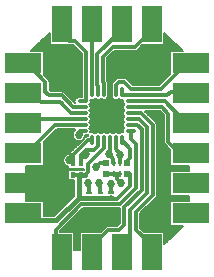
<source format=gtl>
G04 DipTrace 2.4.0.2*
%INi2cswitch.gtl*%
%MOMM*%
%ADD13C,0.305*%
%ADD14C,0.254*%
%ADD15C,0.381*%
%ADD16C,0.127*%
%ADD21O,1.0X0.28*%
%ADD22O,0.28X1.0*%
%ADD23C,0.711*%
%ADD24R,2.7X2.7*%
%ADD28R,0.525X0.5*%
%ADD29R,0.25X0.5*%
%ADD31R,0.4X0.5*%
%ADD32R,1.6X1.7*%
%ADD33R,2.032X1.7*%
%ADD34R,1.7X1.6*%
%ADD35R,1.7X2.032*%
%ADD37C,0.686*%
%FSLAX53Y53*%
G04*
G71*
G90*
G75*
G01*
%LNTop*%
%LPD*%
X19310Y18087D2*
D13*
Y18228D1*
X19587Y18504D1*
Y19266D1*
X18845Y20008D1*
X17345D2*
Y19326D1*
X15977Y17957D1*
Y17287D1*
X15735Y17045D1*
X15446D1*
X14746D1*
X15446D2*
D14*
X15726D1*
D15*
X15207D1*
Y15153D1*
X13264Y13211D1*
X11869D1*
X11270Y13810D1*
X17964Y15160D2*
D13*
Y15131D1*
X17045D1*
X16100Y15134D1*
X19310Y17187D2*
X19588D1*
Y16170D1*
X18486Y15067D1*
X15207D1*
Y15153D1*
X16100Y15134D1*
X18170Y18087D2*
X18134D1*
Y18454D1*
X17781Y18807D1*
Y18838D1*
X17845Y20008D2*
Y18903D1*
X17781Y18838D1*
X16100Y15614D2*
Y16229D1*
X15963Y16366D1*
X18345Y20008D2*
Y19254D1*
X18723Y18876D1*
Y18736D1*
Y18140D1*
X18670Y18087D1*
X17045Y15611D2*
Y16234D1*
X16925Y16354D1*
X15545Y20808D2*
X15594D1*
X15248Y20462D1*
X15224D1*
X17535Y18087D2*
X17031D1*
X16645Y17701D1*
X17964Y15640D2*
Y16260D1*
X17968Y16263D1*
X19645Y21308D2*
X20148D1*
X20537Y20918D1*
Y15802D1*
X19069Y14334D1*
Y12848D1*
X18605Y12384D1*
X17737D1*
X16369Y11015D1*
Y11289D1*
X16350Y11270D1*
X21430D2*
X21213D1*
X20094Y12389D1*
Y13963D1*
X21492Y15362D1*
Y21287D1*
X20472Y22308D1*
X19645D1*
Y23308D2*
X22495D1*
X23806Y21997D1*
X23403D1*
X23970Y21430D1*
X18345Y24108D2*
Y24696D1*
X18587Y24938D1*
X19050D1*
X19635Y24353D1*
X22170D1*
X24395Y26577D1*
X24037D1*
X23970Y26510D1*
X16845Y24108D2*
Y24621D1*
X16775Y24690D1*
Y27293D1*
X19365Y29883D1*
Y28923D1*
X18501D1*
X18881Y29304D1*
Y29041D1*
X18890Y29050D1*
X15545Y23308D2*
X15837D1*
Y27469D1*
X14867Y28439D1*
X14421D1*
X13810Y29050D1*
X15545Y22308D2*
X14537D1*
X13776Y23068D1*
Y23132D1*
X13660Y23249D1*
X11991D1*
X11270Y23970D1*
X15545Y21308D2*
X14526D1*
X14500Y21281D1*
X13235D1*
X11690Y19736D1*
Y19106D1*
X11054D1*
X11270Y18890D1*
X16345Y20008D2*
X16019D1*
X14746Y18734D1*
Y18045D1*
X14430Y18317D2*
X14227D1*
X14644Y18734D1*
X14746D1*
X19645Y20808D2*
Y20093D1*
X20071Y19667D1*
Y15985D1*
X18675Y14590D1*
X15425D1*
X13279Y12443D1*
Y11270D1*
X13810D1*
X19645Y21808D2*
X20297D1*
X21004Y21101D1*
Y15575D1*
X19557Y14127D1*
Y10603D1*
X18890Y11270D1*
X19645Y22808D2*
X22275D1*
X22816Y22267D1*
Y19839D1*
X23468Y19187D1*
X24267D1*
X23970Y18890D1*
X18845Y24108D2*
Y23806D1*
X22733D1*
X23003Y24076D1*
X24076D1*
X23970Y23970D1*
X17345Y24108D2*
Y24817D1*
X17233Y24930D1*
Y27073D1*
X18091Y27931D1*
X19984D1*
X21510Y29458D1*
Y28970D1*
X21430Y29050D1*
X16345Y24108D2*
Y24114D1*
X16302Y24158D1*
Y28702D1*
X16397Y28796D1*
Y29003D1*
X16350Y29050D1*
X15545Y22808D2*
X14759D1*
X13765Y23801D1*
X12721D1*
X12398Y24124D1*
Y24936D1*
X10893Y26441D1*
X11339D1*
X11270Y26510D1*
X15545Y21808D2*
X11276D1*
X10898Y21430D1*
X11270D1*
X15446Y18045D2*
Y18585D1*
Y18758D1*
X15851Y19163D1*
X16503D1*
X16846Y19506D1*
Y20006D1*
X16845Y20008D1*
X15871Y18852D2*
Y18585D1*
X15446D1*
X17535Y17187D2*
X18170D1*
X18469D1*
X18670D1*
X17885Y25194D2*
Y24735D1*
X17845D1*
Y24108D1*
X18495Y22058D2*
X17595D1*
X19884Y25844D2*
X20608D1*
X22942Y28177D1*
X19884Y25844D2*
Y25681D1*
X19625Y25422D1*
X17885D1*
Y25194D1*
X18469Y17187D2*
Y16740D1*
X18830Y16379D1*
D37*
X22942Y28177D3*
X19884Y25844D3*
X17781Y18838D3*
X18723Y18736D3*
X16645Y17701D3*
X15224Y20462D3*
X15963Y16366D3*
X16925Y16354D3*
X17968Y16263D3*
X17885Y25194D3*
X14430Y18317D3*
X15871Y18852D3*
X22986Y12332D3*
X22205Y17494D3*
X14143Y25822D3*
X18830Y16379D3*
X17502Y13883D3*
X12650Y28978D2*
D16*
X12752D1*
X22489D2*
X22588D1*
X12525Y28855D2*
X12752D1*
X22489D2*
X22715D1*
X12400Y28731D2*
X12752D1*
X22489D2*
X22840D1*
X12273Y28607D2*
X12752D1*
X22489D2*
X22965D1*
X12148Y28484D2*
X12752D1*
X22489D2*
X23092D1*
X12021Y28360D2*
X12752D1*
X22489D2*
X23217D1*
X11896Y28236D2*
X12752D1*
X22489D2*
X23344D1*
X11771Y28113D2*
X12752D1*
X22489D2*
X23469D1*
X11644Y27989D2*
X14813D1*
X20546D2*
X23594D1*
X11519Y27865D2*
X14937D1*
X20423D2*
X23721D1*
X11392Y27742D2*
X15060D1*
X20298D2*
X23846D1*
X11267Y27618D2*
X15185D1*
X20147D2*
X23973D1*
X12277Y27494D2*
X15308D1*
X18159D2*
X22961D1*
X12277Y27371D2*
X15431D1*
X18036D2*
X22961D1*
X12277Y27247D2*
X15476D1*
X17911D2*
X22961D1*
X12277Y27123D2*
X15476D1*
X17788D2*
X22961D1*
X12277Y27000D2*
X15476D1*
X17665D2*
X22961D1*
X12277Y26876D2*
X15476D1*
X17593D2*
X22961D1*
X12277Y26752D2*
X15476D1*
X17593D2*
X22961D1*
X12277Y26629D2*
X15476D1*
X17593D2*
X22961D1*
X12277Y26505D2*
X15476D1*
X17593D2*
X22961D1*
X12277Y26381D2*
X15476D1*
X17593D2*
X22961D1*
X12277Y26258D2*
X15476D1*
X17593D2*
X22961D1*
X12277Y26134D2*
X15476D1*
X17593D2*
X22961D1*
X12277Y26010D2*
X15476D1*
X17593D2*
X22961D1*
X12277Y25887D2*
X15476D1*
X17593D2*
X22961D1*
X12277Y25763D2*
X15476D1*
X17593D2*
X22961D1*
X12277Y25639D2*
X15476D1*
X17593D2*
X22951D1*
X12323Y25516D2*
X15476D1*
X17593D2*
X22828D1*
X12448Y25392D2*
X15476D1*
X17593D2*
X22705D1*
X12571Y25268D2*
X15476D1*
X17593D2*
X18467D1*
X19171D2*
X22580D1*
X12690Y25145D2*
X15476D1*
X17593D2*
X18290D1*
X19347D2*
X22457D1*
X12747Y25021D2*
X15476D1*
X17639D2*
X18165D1*
X19472D2*
X22334D1*
X12759Y24897D2*
X15476D1*
X17696D2*
X18048D1*
X19595D2*
X22209D1*
X12759Y24774D2*
X15476D1*
X17706D2*
X17994D1*
X19718D2*
X22086D1*
X12759Y24650D2*
X15476D1*
X17706D2*
X17985D1*
X12759Y24526D2*
X15476D1*
X17706D2*
X17985D1*
X12759Y24403D2*
X15476D1*
X17706D2*
X17985D1*
X12759Y24279D2*
X15476D1*
X17706D2*
X17985D1*
X12870Y24155D2*
X15476D1*
X17706D2*
X17985D1*
X14039Y24032D2*
X15476D1*
X17696D2*
X17992D1*
X14164Y23908D2*
X15476D1*
X17692D2*
X17996D1*
X14287Y23784D2*
X15476D1*
X17692D2*
X17996D1*
X14410Y23661D2*
X15476D1*
X17683D2*
X18008D1*
X14533Y23537D2*
X14929D1*
X17619D2*
X18072D1*
X14658Y23413D2*
X14855D1*
X16236D2*
X17308D1*
X17383D2*
X18308D1*
X18383D2*
X18808D1*
X18882D2*
X18954D1*
X16252Y23290D2*
X18937D1*
X16222Y23166D2*
X18969D1*
X16157Y23042D2*
X19032D1*
X16234Y22919D2*
X18957D1*
X16254Y22795D2*
X18937D1*
X16224Y22671D2*
X18967D1*
X16153Y22548D2*
X19038D1*
X16232Y22424D2*
X18959D1*
X20859D2*
X22154D1*
X16254Y22300D2*
X18937D1*
X20983D2*
X22277D1*
X16226Y22177D2*
X18965D1*
X21108D2*
X22402D1*
X16147Y22053D2*
X19044D1*
X21231D2*
X22455D1*
X16230Y21929D2*
X18961D1*
X21354D2*
X22455D1*
X16254Y21806D2*
X18937D1*
X21479D2*
X22455D1*
X16228Y21682D2*
X18961D1*
X21602D2*
X22455D1*
X16143Y21558D2*
X19048D1*
X21725D2*
X22455D1*
X16228Y21435D2*
X18963D1*
X21820D2*
X22455D1*
X16254Y21311D2*
X18937D1*
X21852D2*
X22455D1*
X16230Y21187D2*
X18959D1*
X21854D2*
X22455D1*
X16149Y21064D2*
X19042D1*
X21854D2*
X22455D1*
X14577Y20940D2*
X14865D1*
X16226D2*
X18965D1*
X21854D2*
X22455D1*
X13273Y20816D2*
X14806D1*
X16254D2*
X18937D1*
X21854D2*
X22455D1*
X13150Y20693D2*
X14724D1*
X16440D2*
X16750D1*
X16940D2*
X17250D1*
X17440D2*
X17750D1*
X17940D2*
X18250D1*
X18441D2*
X18750D1*
X21854D2*
X22455D1*
X13027Y20569D2*
X14685D1*
X21854D2*
X22455D1*
X12902Y20445D2*
X14673D1*
X15776D2*
X16006D1*
X21854D2*
X22455D1*
X12779Y20322D2*
X14692D1*
X15756D2*
X15857D1*
X21854D2*
X22455D1*
X12656Y20198D2*
X14742D1*
X21854D2*
X22455D1*
X12531Y20074D2*
X14837D1*
X21854D2*
X22455D1*
X12408Y19951D2*
X15044D1*
X21854D2*
X22455D1*
X12285Y19827D2*
X15333D1*
X21854D2*
X22455D1*
X12277Y19703D2*
X15210D1*
X21854D2*
X22483D1*
X12277Y19580D2*
X15087D1*
X21854D2*
X22570D1*
X12277Y19456D2*
X14962D1*
X21854D2*
X22695D1*
X12277Y19332D2*
X14839D1*
X21854D2*
X22818D1*
X12277Y19209D2*
X14716D1*
X21854D2*
X22941D1*
X12277Y19085D2*
X14591D1*
X21854D2*
X22961D1*
X12277Y18961D2*
X14470D1*
X21854D2*
X22961D1*
X12277Y18838D2*
X14282D1*
X21854D2*
X22961D1*
X12277Y18714D2*
X14053D1*
X21854D2*
X22961D1*
X12277Y18590D2*
X13954D1*
X21854D2*
X22961D1*
X12277Y18467D2*
X13901D1*
X21854D2*
X22961D1*
X12277Y18343D2*
X13881D1*
X21854D2*
X22961D1*
X12277Y18219D2*
X13889D1*
X21854D2*
X22961D1*
X12277Y18096D2*
X13926D1*
X21854D2*
X22961D1*
X12277Y17972D2*
X14004D1*
X21854D2*
X22961D1*
X12277Y17848D2*
X14153D1*
X21854D2*
X22961D1*
X10736Y17725D2*
X14337D1*
X21854D2*
X24503D1*
X10736Y17601D2*
X14337D1*
X21854D2*
X24503D1*
X10736Y17477D2*
X14337D1*
X21854D2*
X24503D1*
X10736Y17354D2*
X14337D1*
X21854D2*
X22961D1*
X10736Y17230D2*
X14337D1*
X21854D2*
X22961D1*
X10736Y17106D2*
X14337D1*
X21854D2*
X22961D1*
X10736Y16983D2*
X14337D1*
X21854D2*
X22961D1*
X10736Y16859D2*
X14337D1*
X21854D2*
X22961D1*
X10736Y16735D2*
X14337D1*
X21854D2*
X22961D1*
X10736Y16612D2*
X14337D1*
X21854D2*
X22961D1*
X10736Y16488D2*
X14808D1*
X21854D2*
X22961D1*
X10736Y16364D2*
X14808D1*
X21854D2*
X22961D1*
X10736Y16241D2*
X14808D1*
X21854D2*
X22961D1*
X10736Y16117D2*
X14808D1*
X21854D2*
X22961D1*
X10736Y15993D2*
X14808D1*
X21854D2*
X22961D1*
X10736Y15870D2*
X14808D1*
X21854D2*
X22961D1*
X10736Y15746D2*
X14808D1*
X21854D2*
X22961D1*
X10736Y15622D2*
X14808D1*
X21854D2*
X22961D1*
X10736Y15499D2*
X14808D1*
X21854D2*
X22961D1*
X10736Y15375D2*
X14808D1*
X21854D2*
X22961D1*
X10736Y15251D2*
X14746D1*
X21834D2*
X24503D1*
X10736Y15128D2*
X14623D1*
X21762D2*
X24503D1*
X10736Y15004D2*
X14498D1*
X21639D2*
X24503D1*
X10736Y14880D2*
X14375D1*
X21514D2*
X24503D1*
X12277Y14757D2*
X14252D1*
X21391D2*
X22961D1*
X12277Y14633D2*
X14127D1*
X21268D2*
X22961D1*
X12277Y14509D2*
X14004D1*
X21143D2*
X22961D1*
X12277Y14386D2*
X13881D1*
X21020D2*
X22961D1*
X12277Y14262D2*
X13756D1*
X20897D2*
X22961D1*
X12277Y14138D2*
X13633D1*
X15478D2*
X18709D1*
X20772D2*
X22961D1*
X12277Y14015D2*
X13510D1*
X15355D2*
X18709D1*
X20649D2*
X22961D1*
X12277Y13891D2*
X13387D1*
X15230D2*
X18709D1*
X20526D2*
X22961D1*
X12277Y13767D2*
X13262D1*
X15107D2*
X18709D1*
X20455D2*
X22961D1*
X12277Y13644D2*
X13139D1*
X14984D2*
X18709D1*
X20455D2*
X22961D1*
X14859Y13520D2*
X18709D1*
X20455D2*
X22961D1*
X14736Y13396D2*
X18709D1*
X20455D2*
X22961D1*
X14613Y13273D2*
X18709D1*
X20455D2*
X22961D1*
X14488Y13149D2*
X18709D1*
X20455D2*
X22961D1*
X14365Y13025D2*
X18709D1*
X20455D2*
X22961D1*
X14242Y12902D2*
X18618D1*
X20455D2*
X22961D1*
X14117Y12778D2*
X18495D1*
X20455D2*
X22961D1*
X13994Y12654D2*
X17506D1*
X20455D2*
X23924D1*
X13871Y12531D2*
X17379D1*
X20457D2*
X23799D1*
X13747Y12407D2*
X17256D1*
X20580D2*
X23672D1*
X13638Y12283D2*
X17131D1*
X20705D2*
X23547D1*
X14869Y12160D2*
X15292D1*
X22489D2*
X23420D1*
X14869Y12036D2*
X15292D1*
X22489D2*
X23295D1*
X14869Y11912D2*
X15292D1*
X22489D2*
X23170D1*
X14869Y11789D2*
X15292D1*
X22489D2*
X23043D1*
X14869Y11665D2*
X15292D1*
X22489D2*
X22918D1*
X14869Y11541D2*
X15292D1*
X22489D2*
X22791D1*
X14869Y11418D2*
X15292D1*
X22489D2*
X22666D1*
X14869Y11294D2*
X15292D1*
X14869Y11170D2*
X15292D1*
X14869Y11047D2*
X15292D1*
X14869Y10923D2*
X15292D1*
X14869Y10799D2*
X15292D1*
X18978Y20676D2*
X18965Y20707D1*
X18952Y20769D1*
X18950Y20833D1*
X18961Y20895D1*
X18983Y20955D1*
X19017Y21009D1*
X19061Y21057D1*
X19025Y21096D1*
X18989Y21149D1*
X18965Y21207D1*
X18952Y21269D1*
X18950Y21333D1*
X18961Y21395D1*
X18983Y21455D1*
X19017Y21509D1*
X19061Y21557D1*
X19025Y21596D1*
X18989Y21649D1*
X18965Y21707D1*
X18952Y21769D1*
X18950Y21833D1*
X18961Y21895D1*
X18983Y21955D1*
X19017Y22009D1*
X19061Y22057D1*
X19025Y22096D1*
X18989Y22149D1*
X18965Y22207D1*
X18952Y22269D1*
X18950Y22333D1*
X18961Y22395D1*
X18983Y22455D1*
X19017Y22509D1*
X19061Y22557D1*
X19025Y22596D1*
X18989Y22649D1*
X18965Y22707D1*
X18952Y22769D1*
X18950Y22833D1*
X18961Y22895D1*
X18983Y22955D1*
X19017Y23009D1*
X19061Y23057D1*
X19025Y23096D1*
X18989Y23149D1*
X18965Y23207D1*
X18952Y23269D1*
X18950Y23333D1*
X18961Y23395D1*
X18977Y23438D1*
X18927Y23422D1*
X18864Y23413D1*
X18801Y23415D1*
X18739Y23429D1*
X18681Y23455D1*
X18629Y23491D1*
X18597Y23523D1*
X18541Y23475D1*
X18487Y23443D1*
X18427Y23422D1*
X18364Y23413D1*
X18301Y23415D1*
X18239Y23429D1*
X18181Y23455D1*
X18129Y23491D1*
X18085Y23536D1*
X18049Y23589D1*
X18025Y23647D1*
X18012Y23709D1*
X18010Y23811D1*
Y24015D1*
X17997Y24108D1*
Y24696D1*
X18003Y24759D1*
X18020Y24820D1*
X18048Y24877D1*
X18099Y24942D1*
X18341Y25184D1*
X18390Y25224D1*
X18445Y25256D1*
X18505Y25276D1*
X18587Y25286D1*
X19050D1*
X19113Y25280D1*
X19174Y25263D1*
X19231Y25235D1*
X19296Y25184D1*
X19780Y24700D1*
X20714Y24701D1*
X22026D1*
X22975Y25650D1*
X22974Y27556D1*
X24048D1*
X22476Y29101D1*
Y28054D1*
X20600D1*
X20230Y27685D1*
X20181Y27644D1*
X20126Y27613D1*
X20066Y27593D1*
X19984Y27583D1*
X18235D1*
X17581Y26929D1*
Y25074D1*
X17632Y25014D1*
X17663Y24959D1*
X17683Y24899D1*
X17693Y24817D1*
Y24108D1*
X17687Y24044D1*
X17680Y24020D1*
X17679Y23748D1*
X17675Y23684D1*
X17657Y23624D1*
X17628Y23567D1*
X17589Y23517D1*
X17541Y23475D1*
X17487Y23443D1*
X17427Y23422D1*
X17364Y23413D1*
X17301Y23415D1*
X17239Y23429D1*
X17181Y23455D1*
X17129Y23491D1*
X17097Y23523D1*
X17041Y23475D1*
X16987Y23443D1*
X16927Y23422D1*
X16864Y23413D1*
X16801Y23415D1*
X16739Y23429D1*
X16681Y23455D1*
X16629Y23491D1*
X16597Y23523D1*
X16541Y23475D1*
X16487Y23443D1*
X16427Y23422D1*
X16364Y23413D1*
X16301Y23415D1*
X16239Y23429D1*
X16212Y23441D1*
X16232Y23383D1*
X16241Y23308D1*
X16235Y23244D1*
X16217Y23184D1*
X16188Y23127D1*
X16149Y23077D1*
X16127Y23058D1*
X16181Y22999D1*
X16212Y22944D1*
X16232Y22883D1*
X16241Y22808D1*
X16235Y22744D1*
X16217Y22684D1*
X16188Y22627D1*
X16149Y22577D1*
X16127Y22558D1*
X16181Y22499D1*
X16212Y22444D1*
X16232Y22383D1*
X16241Y22308D1*
X16235Y22244D1*
X16217Y22184D1*
X16188Y22127D1*
X16149Y22077D1*
X16127Y22058D1*
X16181Y21999D1*
X16212Y21944D1*
X16232Y21883D1*
X16241Y21808D1*
X16235Y21744D1*
X16217Y21684D1*
X16188Y21627D1*
X16149Y21577D1*
X16127Y21558D1*
X16181Y21499D1*
X16212Y21444D1*
X16232Y21383D1*
X16241Y21308D1*
X16235Y21244D1*
X16217Y21184D1*
X16188Y21127D1*
X16149Y21077D1*
X16127Y21058D1*
X16181Y20999D1*
X16212Y20944D1*
X16232Y20883D1*
X16241Y20808D1*
X16235Y20744D1*
X16212Y20675D1*
X16288Y20698D1*
X16351Y20703D1*
X16414Y20696D1*
X16475Y20677D1*
X16531Y20647D1*
X16594Y20591D1*
X16670Y20654D1*
X16727Y20682D1*
X16788Y20698D1*
X16851Y20703D1*
X16914Y20696D1*
X16975Y20677D1*
X17031Y20647D1*
X17094Y20591D1*
X17170Y20654D1*
X17227Y20682D1*
X17288Y20698D1*
X17351Y20703D1*
X17414Y20696D1*
X17475Y20677D1*
X17531Y20647D1*
X17594Y20591D1*
X17670Y20654D1*
X17727Y20682D1*
X17788Y20698D1*
X17851Y20703D1*
X17914Y20696D1*
X17975Y20677D1*
X18031Y20647D1*
X18094Y20591D1*
X18170Y20654D1*
X18227Y20682D1*
X18288Y20698D1*
X18351Y20703D1*
X18414Y20696D1*
X18475Y20677D1*
X18531Y20647D1*
X18594Y20591D1*
X18670Y20654D1*
X18727Y20682D1*
X18788Y20698D1*
X18851Y20703D1*
X18914Y20696D1*
X18977Y20676D1*
X14875Y23184D2*
X14865Y23207D1*
X14852Y23269D1*
X14850Y23333D1*
X14861Y23395D1*
X14883Y23455D1*
X14917Y23509D1*
X14959Y23556D1*
X15010Y23594D1*
X15067Y23622D1*
X15128Y23638D1*
X15185Y23643D1*
X15453D1*
X15490Y23650D1*
X15489Y24133D1*
Y27326D1*
X14758Y28055D1*
X12887Y28054D1*
X12764D1*
Y29100D1*
X11973Y28324D1*
X11190Y27555D1*
X11212Y27554D1*
X11417Y27556D1*
X12266D1*
Y25561D1*
X12644Y25182D1*
X12685Y25133D1*
X12716Y25078D1*
X12737Y25018D1*
X12746Y24936D1*
Y24267D1*
X12865Y24149D1*
X13765D1*
X13829Y24144D1*
X13890Y24126D1*
X13947Y24098D1*
X14011Y24047D1*
X14872Y23187D1*
X14854Y20854D2*
X14861Y20895D1*
X14887Y20960D1*
X14630D1*
X14576Y20942D1*
X14503Y20934D1*
X13378D1*
X12264Y19819D1*
X12266Y19301D1*
Y17844D1*
X10721D1*
X10723Y17470D1*
Y14857D1*
X11212Y14856D1*
X12266D1*
Y13596D1*
X12631Y13597D1*
X13105D1*
X14820Y15313D1*
Y16600D1*
X14350D1*
Y17491D1*
X15141Y17489D1*
X15114Y17491D1*
X15628D1*
X15629Y17599D1*
X15050Y17600D1*
X14350D1*
Y17784D1*
X14263Y17805D1*
X14204Y17828D1*
X14148Y17858D1*
X14096Y17895D1*
X14049Y17937D1*
X14007Y17985D1*
X13970Y18037D1*
X13941Y18093D1*
X13918Y18152D1*
X13902Y18213D1*
X13893Y18276D1*
X13892Y18340D1*
X13899Y18403D1*
X13913Y18465D1*
X13934Y18525D1*
X13961Y18582D1*
X13996Y18635D1*
X14036Y18684D1*
X14082Y18728D1*
X14133Y18766D1*
X14188Y18798D1*
X14246Y18823D1*
X14307Y18841D1*
X14399Y18854D1*
X14500Y18980D1*
X15568Y20048D1*
X15487Y19992D1*
X15430Y19964D1*
X15370Y19944D1*
X15308Y19930D1*
X15244Y19924D1*
X15181Y19925D1*
X15118Y19934D1*
X15057Y19950D1*
X14998Y19973D1*
X14942Y20004D1*
X14890Y20040D1*
X14842Y20082D1*
X14800Y20130D1*
X14764Y20182D1*
X14734Y20238D1*
X14711Y20297D1*
X14696Y20359D1*
X14687Y20421D1*
X14686Y20485D1*
X14692Y20548D1*
X14706Y20610D1*
X14727Y20670D1*
X14755Y20727D1*
X14790Y20780D1*
X14851Y20850D1*
X16037Y20500D2*
X15987Y20482D1*
X15906Y20473D1*
X15760Y20472D1*
X15759Y20399D1*
X15748Y20336D1*
X15729Y20276D1*
X15704Y20217D1*
X15672Y20163D1*
X15637Y20117D1*
X15773Y20254D1*
X15822Y20294D1*
X15877Y20325D1*
X15937Y20346D1*
X16010Y20355D1*
Y20393D1*
X16021Y20455D1*
X16037Y20498D1*
X13628Y12266D2*
X14856D1*
Y10724D1*
X15304Y10723D1*
Y11212D1*
Y12266D1*
X17128D1*
X17491Y12630D1*
X17540Y12671D1*
X17595Y12702D1*
X17655Y12722D1*
X17737Y12732D1*
X18462D1*
X18722Y12994D1*
X18721Y13801D1*
Y14243D1*
X18167Y14242D1*
X15570D1*
X13627Y12299D1*
X20708Y12266D2*
X22476D1*
Y11220D1*
X23267Y11996D1*
X24050Y12765D1*
X24028Y12766D1*
X23823Y12764D1*
X22974D1*
Y14856D1*
X24519D1*
X24517Y15230D1*
Y15303D1*
X24028Y15304D1*
X22974D1*
Y17396D1*
X24519D1*
X24517Y17770D1*
Y17843D1*
X24028Y17844D1*
X22974D1*
Y19188D1*
X22570Y19593D1*
X22529Y19642D1*
X22498Y19697D1*
X22477Y19757D1*
X22468Y19839D1*
Y22123D1*
X22130Y22460D1*
X20812D1*
X21738Y21533D1*
X21779Y21484D1*
X21810Y21429D1*
X21831Y21369D1*
X21840Y21287D1*
Y15362D1*
X21835Y15299D1*
X21817Y15238D1*
X21789Y15181D1*
X21738Y15116D1*
X20441Y13818D1*
X20442Y13265D1*
Y12533D1*
X20709Y12266D1*
D21*
X19645Y20808D3*
Y21308D3*
Y21808D3*
Y22308D3*
Y22808D3*
Y23308D3*
D22*
X18845Y24108D3*
X18345D3*
X17845D3*
X17345D3*
X16845D3*
X16345D3*
D21*
X15545Y23308D3*
Y22808D3*
Y22308D3*
Y21808D3*
Y21308D3*
Y20808D3*
D22*
X16345Y20008D3*
X16845D3*
X17345D3*
X17845D3*
X18345D3*
X18845D3*
D23*
X18495Y21158D3*
X17595D3*
X16695D3*
X18495Y22058D3*
X17595D3*
X16695D3*
X18495Y22958D3*
X17595D3*
X16695D3*
D24*
X17595Y22058D3*
G36*
X16331Y15642D2*
Y15450D1*
X15869D1*
Y15642D1*
X16005Y15777D1*
X16196D1*
X16331Y15642D1*
G37*
G36*
X15869Y15106D2*
Y15297D1*
X16331D1*
Y15106D1*
X16196Y14970D1*
X16005D1*
X15869Y15106D1*
G37*
G36*
X17276Y15639D2*
Y15447D1*
X16814D1*
Y15639D1*
X16949Y15774D1*
X17141D1*
X17276Y15639D1*
G37*
G36*
X16814Y15103D2*
Y15294D1*
X17276D1*
Y15103D1*
X17141Y14967D1*
X16949D1*
X16814Y15103D1*
G37*
G36*
X18195Y15668D2*
Y15476D1*
X17733D1*
Y15668D1*
X17869Y15803D1*
X18060D1*
X18195Y15668D1*
G37*
G36*
X17733Y15132D2*
Y15323D1*
X18195D1*
Y15132D1*
X18060Y14996D1*
X17869D1*
X17733Y15132D1*
G37*
D28*
X19310Y18087D3*
D29*
X18670D3*
X18170D3*
D28*
X17535D3*
Y17187D3*
D29*
X18170D3*
X18670D3*
D28*
X19310D3*
D31*
X15446Y18045D3*
X14746D3*
Y17045D3*
X15446D3*
D32*
X11270Y26510D3*
Y23970D3*
Y21430D3*
Y18890D3*
D33*
X10000Y26510D3*
Y23970D3*
Y21430D3*
Y18890D3*
D34*
X13810Y11270D3*
X16350D3*
X18890D3*
X21430D3*
D35*
X13810Y10000D3*
X16350D3*
X18890D3*
X21430D3*
D32*
X23970Y18890D3*
Y21430D3*
Y23970D3*
Y26510D3*
D33*
X25240Y18890D3*
Y21430D3*
Y23970D3*
Y26510D3*
D34*
X21430Y29050D3*
X18890D3*
X16350D3*
X13810D3*
D35*
X21430Y30320D3*
X18890D3*
X16350D3*
X13810D3*
D32*
X11270Y16350D3*
Y13810D3*
D33*
X10000Y16350D3*
Y13810D3*
D32*
X23970D3*
Y16350D3*
D33*
X25240Y13810D3*
Y16350D3*
M02*

</source>
